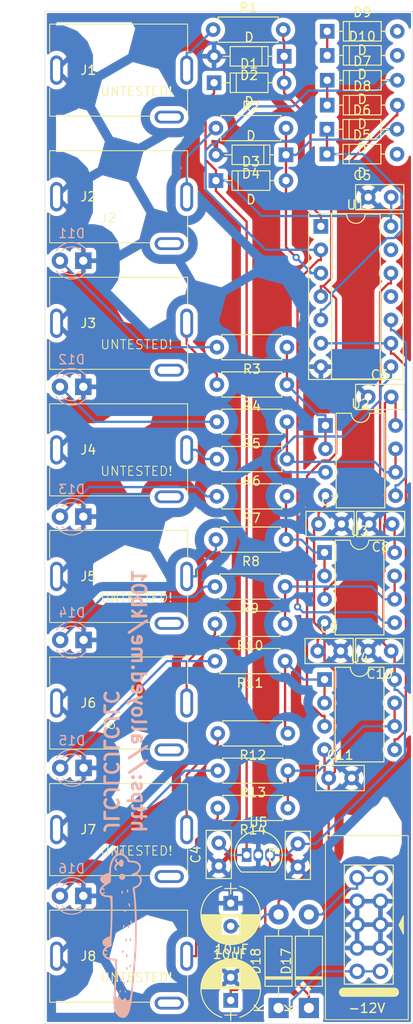
<source format=kicad_pcb>
(kicad_pcb (version 20240108) (generator "pcbnew") (generator_version "8.0")
  (layers (0 "F.Cu" signal) (31 "B.Cu" signal) (34 "B.Paste" user) (35 "F.Paste" user) (36 "B.SilkS" user "B.Silkscreen") (37 "F.SilkS" user "F.Silkscreen") (38 "B.Mask" user) (39 "F.Mask" user) (44 "Edge.Cuts" user))
  (net 0 "")
  (net 1 "+5V")
  (net 2 "GND1")
  (net 3 "-12V")
  (net 4 "+12V")
  (net 5 "Net-(J2-PadT)")
  (net 8 "/A")
  (net 9 "/B")
  (net 10 "Net-(D5-K)")
  (net 11 "/NOT_A")
  (net 12 "Net-(D7-K)")
  (net 13 "/NOT_B")
  (net 14 "/A_NOR_B")
  (net 15 "Net-(D10-K)")
  (net 16 "/A_AND_B")
  (net 17 "Net-(D11-A)")
  (net 18 "Net-(D12-A)")
  (net 19 "Net-(D13-A)")
  (net 20 "Net-(D14-A)")
  (net 21 "Net-(D15-A)")
  (net 22 "Net-(D16-A)")
  (net 23 "Net-(D17-A)")
  (net 24 "Net-(D18-K)")
  (net 25 "Net-(J1-PadT)")
  (net 26 "Net-(J3-PadT)")
  (net 29 "Net-(J4-PadT)")
  (net 30 "Net-(J5-PadT)")
  (net 32 "Net-(J6-PadT)")
  (net 34 "Net-(J7-PadT)")
  (net 36 "Net-(J8-PadT)")
  (net 38 "Net-(U2A--)")
  (net 39 "Net-(U2B--)")
  (net 40 "Net-(U3A--)")
  (net 41 "Net-(U3B--)")
  (net 42 "Net-(U4A--)")
  (net 43 "Net-(U4B--)")
  (net 44 "/A_OR_B")
  (net 45 "/A_XOR_B")
  (footprint "Resistor_THT:R_Axial_DIN0207_L6.3mm_D2.5mm_P7.62mm_Horizontal" (layer "F.Cu") (at 126.31 102.7 180)
    (property "Reference" "R7")
    (property "Value" "3k")
  )
  (footprint "PCM_4ms_Diode:D_DO-35_P7.62mm_Horizontal" (layer "F.Cu") (at 134.5 54.8)
    (property "Reference" "D10")
    (property "Value" "D")
  )
  (footprint "KitsBlips:Pins_2x05_2.54mm_TH_Europower_shrouded" (layer "F.Cu") (at 135 150.8)
    (property "Reference" "J9" (hide yes))
    (property "Value" "EURO_PWR_2x5" (hide yes))
  )
  (footprint "KitsBlips:Jack_3.5mm_Thonk_Mono_Horizontal_WQP729JH" (layer "F.Cu") (at 100.5125 97.65)
    (property "Reference" "J4")
    (property "Value" "A_AND_B_OUT")
  )
  (footprint "Capacitor_THT:C_Disc_D5.0mm_W2.5mm_P2.50mm" (layer "F.Cu") (at 129.65 119.5)
    (property "Reference" "C9")
    (property "Value" "0.1uf")
  )
  (footprint "PCM_4ms_Diode:D_DO-35_P7.62mm_Horizontal" (layer "F.Cu") (at 122.4 65.6 180)
    (property "Reference" "D4")
    (property "Value" "D")
  )
  (footprint "PCM_4ms_Diode:D_DO-35_P7.62mm_Horizontal" (layer "F.Cu") (at 134.47 65.52)
    (property "Reference" "D5")
    (property "Value" "D")
  )
  (footprint "Capacitor_THT:C_Disc_D5.0mm_W2.5mm_P2.50mm" (layer "F.Cu") (at 130.85 133.3)
    (property "Reference" "C11")
    (property "Value" "0.1uf")
  )
  (footprint "KitsBlips:Jack_3.5mm_Thonk_Mono_Horizontal_WQP729JH" (layer "F.Cu") (at 100.5125 152.65)
    (property "Reference" "J8")
    (property "Value" "A_NOR_B_OUT")
  )
  (footprint "Resistor_THT:R_Axial_DIN0207_L6.3mm_D2.5mm_P7.62mm_Horizontal" (layer "F.Cu") (at 126.31 98.65 180)
    (property "Reference" "R6")
    (property "Value" "1k")
  )
  (footprint "Diode_THT:D_DO-41_SOD81_P10.16mm_Horizontal" (layer "F.Cu") (at 128.7 158.28 90)
    (property "Reference" "D17")
    (property "Value" "1N5819")
  )
  (footprint "Capacitor_THT:C_Disc_D5.0mm_W2.5mm_P2.50mm" (layer "F.Cu") (at 137.65 70.2 180)
    (property "Reference" "C5")
    (property "Value" "0.1uf")
  )
  (footprint "PCM_4ms_Diode:D_DO-35_P7.62mm_Horizontal" (layer "F.Cu") (at 134.5 60.2)
    (property "Reference" "D8")
    (property "Value" "D")
  )
  (footprint "Resistor_THT:R_Axial_DIN0207_L6.3mm_D2.5mm_P7.62mm_Horizontal" (layer "F.Cu") (at 126.11 116.55 180)
    (property "Reference" "R10")
    (property "Value" "1k")
  )
  (footprint "Resistor_THT:R_Axial_DIN0207_L6.3mm_D2.5mm_P7.62mm_Horizontal" (layer "F.Cu") (at 126.41 132.5 180)
    (property "Reference" "R13")
    (property "Value" "3k")
  )
  (footprint "KitsBlips:CP_Radial_P2.5mm" (layer "F.Cu") (at 120.2 146.9 -90)
    (property "Reference" "C2" (hide yes))
    (property "Value" "10uF")
  )
  (footprint "PCM_4ms_Diode:D_DO-35_P7.62mm_Horizontal" (layer "F.Cu") (at 122.2 54.9 180)
    (property "Reference" "D2")
    (property "Value" "D")
  )
  (footprint "KitsBlips:Jack_3.5mm_Thonk_Mono_Horizontal_WQP729JH" (layer "F.Cu") (at 100.5125 70.15)
    (property "Reference" "J2")
    (property "Value" "B_IN")
  )
  (footprint "Package_DIP:DIP-14_W7.62mm_Socket" (layer "F.Cu") (at 130 73.375)
    (property "Reference" "U1")
    (property "Value" "40106")
  )
  (footprint "Diode_THT:D_DO-41_SOD81_P10.16mm_Horizontal" (layer "F.Cu") (at 125.4 158.28 90)
    (property "Reference" "D18")
    (property "Value" "1N5819")
  )
  (footprint "PCM_4ms_Diode:D_DO-35_P7.62mm_Horizontal" (layer "F.Cu") (at 122.4 68.4)
    (property "Reference" "D3")
    (property "Value" "D")
  )
  (footprint "KitsBlips:Jack_3.5mm_Thonk_Mono_Horizontal_WQP729JH" (layer "F.Cu") (at 100.5125 83.9)
    (property "Reference" "J3")
    (property "Value" "A_OR_B_OUT")
  )
  (footprint "Package_DIP:DIP-8_W7.62mm" (layer "F.Cu") (at 130.4 108.8)
    (property "Reference" "U3")
    (property "Value" "TL072")
  )
  (footprint "Capacitor_THT:C_Disc_D5.0mm_W2.5mm_P2.50mm" (layer "F.Cu") (at 137.65 119.5 180)
    (property "Reference" "C10")
    (property "Value" "0.1uf")
  )
  (footprint "Capacitor_THT:C_Disc_D5.0mm_W2.5mm_P2.50mm" (layer "F.Cu") (at 137.65 91.9 180)
    (property "Reference" "C6")
    (property "Value" "0.1uf")
  )
  (footprint "Resistor_THT:R_Axial_DIN0207_L6.3mm_D2.5mm_P7.62mm_Horizontal" (layer "F.Cu") (at 126.31 90.55 180)
    (property "Reference" "R4")
    (property "Value" "1k")
  )
  (footprint "KitsBlips:Jack_3.5mm_Thonk_Mono_Horizontal_WQP729JH" (layer "F.Cu") (at 100.5125 125.15)
    (property "Reference" "J6")
    (property "Value" "NOT_A_OUT")
  )
  (footprint "Package_DIP:DIP-8_W7.62mm" (layer "F.Cu") (at 130.5 95)
    (property "Reference" "U2")
    (property "Value" "TL072")
  )
  (footprint "PCM_4ms_Diode:D_DO-35_P7.62mm_Horizontal" (layer "F.Cu") (at 122.2 57.77)
    (property "Reference" "D1")
    (property "Value" "D")
  )
  (footprint "Resistor_THT:R_Axial_DIN0207_L6.3mm_D2.5mm_P7.62mm_Horizontal" (layer "F.Cu") (at 118.29 52)
    (property "Reference" "R1")
    (property "Value" "100k")
  )
  (footprint "Resistor_THT:R_Axial_DIN0207_L6.3mm_D2.5mm_P7.62mm_Horizontal" (layer "F.Cu") (at 118.59 62.7)
    (property "Reference" "R2")
    (property "Value" "100k")
  )
  (footprint "Resistor_THT:R_Axial_DIN0207_L6.3mm_D2.5mm_P7.62mm_Horizontal" (layer "F.Cu") (at 126.21 107.4 180)
    (property "Reference" "R8")
    (property "Value" "1k")
  )
  (footprint "Capacitor_THT:C_Disc_D5.0mm_W2.5mm_P2.50mm" (layer "F.Cu") (at 129.75 105.7)
    (property "Reference" "C7")
    (property "Value" "0.1uf")
  )
  (footprint "KitsBlips:CP_Radial_P2.5mm" (layer "F.Cu") (at 120.2 157.45 90)
    (property "Reference" "C1" (hide yes))
    (property "Value" "10uF")
  )
  (footprint "Resistor_THT:R_Axial_DIN0207_L6.3mm_D2.5mm_P7.62mm_Horizontal" (layer "F.Cu") (at 126.41 136.55 180)
    (property "Reference" "R14")
    (property "Value" "1k")
  )
  (footprint "Resistor_THT:R_Axial_DIN0207_L6.3mm_D2.5mm_P7.62mm_Horizontal" (layer "F.Cu") (at 126.31 94.6 180)
    (property "Reference" "R5")
    (property "Value" "3k")
  )
  (footprint "KitsBlips:Jack_3.5mm_Thonk_Mono_Horizontal_WQP729JH" (layer "F.Cu") (at 100.5125 111.4)
    (property "Reference" "J5")
    (property "Value" "A_XOR_B_OUT")
  )
  (footprint "Resistor_THT:R_Axial_DIN0207_L6.3mm_D2.5mm_P7.62mm_Horizontal" (layer "F.Cu") (at 126.11 120.6 180)
    (property "Reference" "R11")
    (property "Value" "3k")
  )
  (footprint "PCM_4ms_Diode:D_DO-35_P7.62mm_Horizontal" (layer "F.Cu") (at 134.5 57.5)
    (property "Reference" "D7")
    (property "Value" "D")
  )
  (footprint "Package_TO_SOT_THT:TO-92_Inline" (layer "F.Cu") (at 121.93 141.66)
    (property "Reference" "U5")
    (property "Value" "L78L05_TO92")
  )
  (footprint "KitsBlips:Jack_3.5mm_Thonk_Mono_Horizontal_WQP729JH" (layer "F.Cu") (at 100.5125 138.9)
    (property "Reference" "J7")
    (property "Value" "NOT_B_OUT")
  )
  (footprint "Capacitor_THT:C_Disc_D5.0mm_W2.5mm_P2.50mm" (layer "F.Cu") (at 127.5 142.95 90)
    (property "Reference" "C3")
    (property "Value" "0.33uf")
  )
  (footprint "Capacitor_THT:C_Disc_D5.0mm_W2.5mm_P2.50mm" (layer "F.Cu") (at 118.9 142.85 90)
    (property "Reference" "C4")
    (property "Value" "0.1uf")
  )
  (footprint "Resistor_THT:R_Axial_DIN0207_L6.3mm_D2.5mm_P7.62mm_Horizontal" (layer "F.Cu") (at 126.41 128.45 180)
    (property "Reference" "R12")
    (property "Value" "1k")
  )
  (footprint "PCM_4ms_Diode:D_DO-35_P7.62mm_Horizontal" (layer "F.Cu") (at 134.5 52.18)
    (property "Reference" "D9")
    (property "Value" "D")
  )
  (footprint "Resistor_THT:R_Axial_DIN0207_L6.3mm_D2.5mm_P7.62mm_Horizontal" (layer "F.Cu") (at 126.31 86.5 180)
    (property "Reference" "R3")
    (property "Value" "3k")
  )
  (footprint "PCM_4ms_Diode:D_DO-35_P7.62mm_Horizontal" (layer "F.Cu") (at 134.47 62.82)
    (property "Reference" "D6")
    (property "Value" "D")
  )
  (footprint "Package_DIP:DIP-8_W7.62mm" (layer "F.Cu") (at 130.4 122.6)
    (property "Reference" "U4")
    (property "Value" "TL072")
  )
  (footprint "Resistor_THT:R_Axial_DIN0207_L6.3mm_D2.5mm_P7.62mm_Horizontal" (layer "F.Cu") (at 126.11 112.5 180)
    (property "Reference" "R9")
    (property "Value" "3k")
  )
  (footprint "Capacitor_THT:C_Disc_D5.0mm_W2.5mm_P2.50mm" (layer "F.Cu") (at 137.75 105.7 180)
    (property "Reference" "C8")
    (property "Value" "0.1uf")
  )
  (footprint "KitsBlips:Jack_3.5mm_Thonk_Mono_Horizontal_WQP729JH" (layer "F.Cu") (at 100.5125 56.4)
    (property "Reference" "J1")
    (property "Value" "A_IN")
  )
  (footprint "LED_THT:LED_D3.0mm" (layer "B.Cu") (at 104.17 90.8 180)
    (property "Reference" "D12")
    (property "Value" "LED")
  )
  (footprint "KitsBlips:logo" (layer "B.Cu") (at 108.2 150.1 90)
    (property "Reference" "REF**" (hide yes))
    (property "Value" "LOGO" (hide yes))
  )
  (footprint "LED_THT:LED_D3.0mm" (layer "B.Cu") (at 104.2 132.2 180)
    (property "Reference" "D15")
    (property "Value" "LED")
  )
  (footprint "LED_THT:LED_D3.0mm" (layer "B.Cu") (at 104.17 77.1 180)
    (property "Reference" "D11")
    (property "Value" "LED")
  )
  (footprint "LED_THT:LED_D3.0mm" (layer "B.Cu") (at 104.17 146.1 180)
    (property "Reference" "D16")
    (property "Value" "LED")
  )
  (footprint "LED_THT:LED_D3.0mm" (layer "B.Cu") (at 104.2 118.3 180)
    (property "Reference" "D14")
    (property "Value" "LED")
  )
  (footprint "LED_THT:LED_D3.0mm" (layer "B.Cu") (at 104.17 104.9 180)
    (property "Reference" "D13")
    (property "Value" "LED")
  )
  (gr_rect (start 100 50) (end 140 160) (stroke (width 0.05)) (fill none) (layer "Edge.Cuts"))
  (gr_text "JLCJLCJLCJLC" (at 106.3 139.4 -90) (layer "B.SilkS") (effects (font (size 1.5 1.5) (thickness 0.3) (bold yes)) (justify left bottom mirror)))
  (gr_text "https://alloyed.me/kb01\n" (at 109.3 139.4 -90) (layer "B.SilkS") (effects (font (size 1.5 1.5) (thickness 0.3) (bold yes)) (justify left bottom mirror)))
  (segment (start 118.39 58.8967) (end 117.4633 59.8234) (width 0.25) (layer "F.Cu") (net 1))
  (segment (start 118.59 67.8366) (end 118.59 68.4) (width 0.25) (layer "F.Cu") (net 1))
  (segment (start 117.4633 59.8234) (end 117.4633 66.1466) (width 0.25) (layer "F.Cu") (net 1))
  (segment (start 118.59 69.5267) (end 121.93 72.8667) (width 0.25) (layer "F.Cu") (net 1))
  (segment (start 121.93 72.8667) (end 121.93 141.66) (width 0.25) (layer "F.Cu") (net 1))
  (segment (start 118.59 67.8366) (end 118.59 67.2733) (width 0.25) (layer "F.Cu") (net 1))
  (segment (start 117.4633 66.1466) (end 118.59 67.2733) (width 0.25) (layer "F.Cu") (net 1))
  (segment (start 118.59 68.4) (end 118.59 69.5267) (width 0.25) (layer "F.Cu") (net 1))
  (segment (start 118.39 57.77) (end 118.39 58.8967) (width 0.25) (layer "F.Cu") (net 1))
  (segment (start 118.9 140.35) (end 120.21 141.66) (width 0.25) (layer "B.Cu") (net 1))
  (segment (start 119.7167 68.4) (end 123.565 72.2483) (width 0.25) (layer "B.Cu") (net 1))
  (segment (start 118.59 68.4) (end 119.7167 68.4) (width 0.25) (layer "B.Cu") (net 1))
  (segment (start 123.565 72.2483) (end 137.62 72.2483) (width 0.25) (layer "B.Cu") (net 1))
  (segment (start 137.65 72.2183) (end 137.62 72.2483) (width 0.25) (layer "B.Cu") (net 1))
  (segment (start 137.65 70.2) (end 137.65 72.2183) (width 0.25) (layer "B.Cu") (net 1))
  (segment (start 120.21 141.66) (end 121.93 141.66) (width 0.25) (layer "B.Cu") (net 1))
  (segment (start 137.62 73.375) (end 137.62 72.2483) (width 0.25) (layer "B.Cu") (net 1))
  (segment (start 130.4 132.85) (end 130.4 130.22) (width 0.25) (layer "F.Cu") (net 3))
  (segment (start 130.85 133.3) (end 131.5267 132.6233) (width 0.25) (layer "F.Cu") (net 3))
  (segment (start 129.2638 106.1862) (end 129.2638 116.4105) (width 0.25) (layer "F.Cu") (net 3))
  (segment (start 129.75 105.7) (end 129.75 104.4967) (width 0.25) (layer "F.Cu") (net 3))
  (segment (start 129.65 119.5) (end 129.65 118.2967) (width 0.25) (layer "F.Cu") (net 3))
  (segment (start 130.4 116.42) (end 130.4 117.5467) (width 0.25) (layer "F.Cu") (net 3))
  (segment (start 129.2638 116.4105) (end 130.4 117.5467) (width 0.25) (layer "F.Cu") (net 3))
  (segment (start 125.4 148.12) (end 125.4 146.6933) (width 0.25) (layer "F.Cu") (net 3))
  (segment (start 130.85 141.2433) (end 130.85 133.3) (width 0.25) (layer "F.Cu") (net 3))
  (segment (start 129.75 104.4967) (end 130.5 103.7467) (width 0.25) (layer "F.Cu") (net 3))
  (segment (start 131.5267 121.6646) (end 130.4 120.5379) (width 0.25) (layer "F.Cu") (net 3))
  (segment (start 129.65 118.2967) (end 130.4 117.5467) (width 0.25) (layer "F.Cu") (net 3))
  (segment (start 130.4 120.5379) (end 130.4 117.5467) (width 0.25) (layer "F.Cu") (net 3))
  (segment (start 130.5 102.62) (end 130.5 103.7467) (width 0.25) (layer "F.Cu") (net 3))
  (segment (start 130.85 133.3) (end 130.4 132.85) (width 0.25) (layer "F.Cu") (net 3))
  (segment (start 131.5267 132.6233) (end 131.5267 121.6646) (width 0.25) (layer "F.Cu") (net 3))
  (segment (start 125.4 146.6933) (end 130.85 141.2433) (width 0.25) (layer "F.Cu") (net 3))
  (segment (start 129.75 105.7) (end 129.2638 106.1862) (width 0.25) (layer "F.Cu") (net 3))
  (segment (start 122.6933 149.4) (end 123.9733 148.12) (width 0.25) (layer "B.Cu") (net 3))
  (segment (start 125.4 148.12) (end 123.9733 148.12) (width 0.25) (layer "B.Cu") (net 3))
  (segment (start 120.2 149.4) (end 122.6933 149.4) (width 0.25) (layer "B.Cu") (net 3))
  (segment (start 136.8948 110.8717) (end 136.8173 110.9492) (width 0.25) (layer "F.Cu") (net 4))
  (segment (start 138.12 92.37) (end 138.12 95) (width 0.25) (layer "F.Cu") (net 4))
  (segment (start 137.65 91.9) (end 138.12 92.37) (width 0.25) (layer "F.Cu") (net 4))
  (segment (start 124.47 141.66) (end 124.47 144.154) (width 0.25) (layer "F.Cu") (net 4))
  (segment (start 136.9692 105.7) (end 136.8948 105.7744) (width 0.25) (layer "F.Cu") (net 4))
  (segment (start 123.9508 153.2581) (end 125.1048 153.2581) (width 0.25) (layer "F.Cu") (net 4))
  (segment (start 120.8856 156.3233) (end 123.9508 153.2581) (width 0.25) (layer "F.Cu") (net 4))
  (segment (start 120.2 157.45) (end 120.2 156.3233) (width 0.25) (layer "F.Cu") (net 4))
  (segment (start 137.75 105.7) (end 138.02 105.97) (width 0.25) (layer "F.Cu") (net 4))
  (segment (start 125.1048 153.2581) (end 128.7 156.8533) (width 0.25) (layer "F.Cu") (net 4))
  (segment (start 136.8173 118.6673) (end 137.65 119.5) (width 0.25) (layer "F.Cu") (net 4))
  (segment (start 128.7 158.28) (end 128.7 156.8533) (width 0.25) (layer "F.Cu") (net 4))
  (segment (start 136.9692 105.7) (end 137.75 105.7) (width 0.25) (layer "F.Cu") (net 4))
  (segment (start 123.9508 144.6732) (end 123.9508 153.2581) (width 0.25) (layer "F.Cu") (net 4))
  (segment (start 136.9692 92.5808) (end 136.9692 105.7) (width 0.25) (layer "F.Cu") (net 4))
  (segment (start 137.65 91.9) (end 136.9692 92.5808) (width 0.25) (layer "F.Cu") (net 4))
  (segment (start 138.02 105.97) (end 138.02 108.8) (width 0.25) (layer "F.Cu") (net 4))
  (segment (start 138.02 119.87) (end 138.02 122.6) (width 0.25) (layer "F.Cu") (net 4))
  (segment (start 124.47 144.154) (end 123.9508 144.6732) (width 0.25) (layer "F.Cu") (net 4))
  (segment (start 136.8948 105.7744) (end 136.8948 110.8717) (width 0.25) (layer "F.Cu") (net 4))
  (segment (start 137.65 119.5) (end 138.02 119.87) (width 0.25) (layer "F.Cu") (net 4))
  (segment (start 136.8173 110.9492) (end 136.8173 118.6673) (width 0.25) (layer "F.Cu") (net 4))
  (segment (start 120.2 156.3233) (end 120.8856 156.3233) (width 0.25) (layer "F.Cu") (net 4))
  (segment (start 126.29 141.66) (end 127.5 140.45) (width 0.25) (layer "B.Cu") (net 4))
  (segment (start 129.4095 140.45) (end 139.1467 130.7128) (width 0.25) (layer "B.Cu") (net 4))
  (segment (start 127.5 140.45) (end 129.4095 140.45) (width 0.25) (layer "B.Cu") (net 4))
  (segment (start 138.3018 123.7267) (end 138.02 123.7267) (width 0.25) (layer "B.Cu") (net 4))
  (segment (start 138.02 122.6) (end 138.02 123.7267) (width 0.25) (layer "B.Cu") (net 4))
  (segment (start 139.1467 130.7128) (end 139.1467 124.5716) (width 0.25) (layer "B.Cu") (net 4))
  (segment (start 139.1467 124.5716) (end 138.3018 123.7267) (width 0.25) (layer "B.Cu") (net 4))
  (segment (start 124.47 141.66) (end 126.29 141.66) (width 0.25) (layer "B.Cu") (net 4))
  (segment (start 118.59 62.7) (end 115.4125 65.8775) (width 0.25) (layer "B.Cu") (net 5))
  (segment (start 115.4125 65.8775) (end 115.4125 70.15) (width 0.25) (layer "B.Cu") (net 5))
  (segment (start 128.8733 71.1216) (end 130 72.2483) (width 0.25) (layer "F.Cu") (net 8))
  (segment (start 126.01 54.9) (end 126.01 57.77) (width 0.25) (layer "F.Cu") (net 8))
  (segment (start 125.91 52) (end 125.91 53.1267) (width 0.25) (layer "F.Cu") (net 8))
  (segment (start 126.01 58.8967) (end 128.8733 61.76) (width 0.25) (layer "F.Cu") (net 8))
  (segment (start 128.8733 61.76) (end 128.8733 71.1216) (width 0.25) (layer "F.Cu") (net 8))
  (segment (start 130 73.375) (end 130 72.2483) (width 0.25) (layer "F.Cu") (net 8))
  (segment (start 126.01 57.77) (end 126.01 58.8967) (width 0.25) (layer "F.Cu") (net 8))
  (segment (start 126.01 53.2267) (end 126.01 54.9) (width 0.25) (layer "F.Cu") (net 8))
  (segment (start 125.91 53.1267) (end 126.01 53.2267) (width 0.25) (layer "F.Cu") (net 8))
  (segment (start 126.21 68.4) (end 126.21 75.6437) (width 0.25) (layer "F.Cu") (net 9))
  (segment (start 126.21 65.6) (end 126.21 68.4) (width 0.25) (layer "F.Cu") (net 9))
  (segment (start 126.21 75.6437) (end 127.3095 76.7432) (width 0.25) (layer "F.Cu") (net 9))
  (segment (start 126.21 65.6) (end 126.21 62.7) (width 0.25) (layer "F.Cu") (net 9))
  (via (at 127.3095 76.7432) (size 0.8) (drill 0.4) (layers "F.Cu" "B.Cu") (net 9))
  (segment (start 130 78.455) (end 128.8733 78.455) (width 0.25) (layer "B.Cu") (net 9))
  (segment (start 127.3367 65.6) (end 128.99 63.9467) (width 0.25) (layer "B.Cu") (net 9))
  (segment (start 136.0266 63.9467) (end 137.1533 62.82) (width 0.25) (layer "B.Cu") (net 9))
  (segment (start 128.99 63.9467) (end 136.0266 63.9467) (width 0.25) (layer "B.Cu") (net 9))
  (segment (start 128.8733 78.307) (end 128.8733 78.455) (width 0.25) (layer "B.Cu") (net 9))
  (segment (start 127.3095 76.7432) (end 128.8733 78.307) (width 0.25) (layer "B.Cu") (net 9))
  (segment (start 138.28 62.82) (end 137.1533 62.82) (width 0.25) (layer "B.Cu") (net 9))
  (segment (start 126.21 65.6) (end 127.3367 65.6) (width 0.25) (layer "B.Cu") (net 9))
  (segment (start 130.66 62.82) (end 130.66 65.52) (width 0.25) (layer "F.Cu") (net 10))
  (segment (start 138.7789 69.7229) (end 138.7789 73.8227) (width 0.25) (layer "B.Cu") (net 10))
  (segment (start 138.7789 73.8227) (end 137.9566 74.645) (width 0.25) (layer "B.Cu") (net 10))
  (segment (start 130.2818 82.4083) (end 130 82.4083) (width 0.25) (layer "B.Cu") (net 10))
  (segment (start 137.9566 74.645) (end 137.218 74.645) (width 0.25) (layer "B.Cu") (net 10))
  (segment (start 130 83.535) (end 130 82.4083) (width 0.25) (layer "B.Cu") (net 10))
  (segment (start 137.218 74.645) (end 131.1267 80.7363) (width 0.25) (layer "B.Cu") (net 10))
  (segment (start 131.1267 81.5634) (end 130.2818 82.4083) (width 0.25) (layer "B.Cu") (net 10))
  (segment (start 131.1267 80.7363) (end 131.1267 81.5634) (width 0.25) (layer "B.Cu") (net 10))
  (segment (start 130.66 65.52) (end 134.576 65.52) (width 0.25) (layer "B.Cu") (net 10))
  (segment (start 134.576 65.52) (end 138.7789 69.7229) (width 0.25) (layer "B.Cu") (net 10))
  (segment (start 127.4626 79.2974) (end 127.4626 114.7007) (width 0.25) (layer "F.Cu") (net 11))
  (segment (start 129.7183 77.0417) (end 127.4626 79.2974) (width 0.25) (layer "F.Cu") (net 11))
  (segment (start 130 75.915) (end 130 77.0417) (width 0.25) (layer "F.Cu") (net 11))
  (segment (start 130 77.0417) (end 129.7183 77.0417) (width 0.25) (layer "F.Cu") (net 11))
  (via (at 127.4626 114.7007) (size 0.8) (drill 0.4) (layers "F.Cu" "B.Cu") (net 11))
  (segment (start 126.9837 60.335) (end 122.5823 60.335) (width 0.25) (layer "B.Cu") (net 11))
  (segment (start 138.02 116.42) (end 136.8933 116.42) (width 0.25) (layer "B.Cu") (net 11))
  (segment (start 118.444 64.4733) (end 118.1141 64.4733) (width 0.25) (layer "B.Cu") (net 11))
  (segment (start 118.1141 64.4733) (end 117.4633 65.1241) (width 0.25) (layer "B.Cu") (net 11))
  (segment (start 127.4626 114.7007) (end 128.0552 115.2933) (width 0.25) (layer "B.Cu") (net 11))
  (segment (start 117.4633 65.1241) (end 117.4633 69.3942) (width 0.25) (layer "B.Cu") (net 11))
  (segment (start 136.0566 58.6267) (end 128.692 58.6267) (width 0.25) (layer "B.Cu") (net 11))
  (segment (start 128.692 58.6267) (end 126.9837 60.335) (width 0.25) (layer "B.Cu") (net 11))
  (segment (start 123.9841 75.915) (end 130 75.915) (width 0.25) (layer "B.Cu") (net 11))
  (segment (start 135.7666 115.2933) (end 136.8933 116.42) (width 0.25) (layer "B.Cu") (net 11))
  (segment (start 117.4633 69.3942) (end 123.9841 75.915) (width 0.25) (layer "B.Cu") (net 11))
  (segment (start 137.1833 57.5) (end 136.0566 58.6267) (width 0.25) (layer "B.Cu") (net 11))
  (segment (start 138.31 57.5) (end 137.1833 57.5) (width 0.25) (layer "B.Cu") (net 11))
  (segment (start 128.0552 115.2933) (end 135.7666 115.2933) (width 0.25) (layer "B.Cu") (net 11))
  (segment (start 122.5823 60.335) (end 118.444 64.4733) (width 0.25) (layer "B.Cu") (net 11))
  (segment (start 130.69 57.5) (end 130.69 60.2) (width 0.25) (layer "F.Cu") (net 12))
  (segment (start 128.4917 100.4778) (end 130.1595 98.81) (width 0.25) (layer "F.Cu") (net 13))
  (segment (start 130.2818 79.8683) (end 131.1267 79.0234) (width 0.25) (layer "F.Cu") (net 13))
  (segment (start 138.1692 61.3267) (end 138.31 61.3267) (width 0.25) (layer "F.Cu") (net 13))
  (segment (start 130.1595 98.81) (end 130.8923 98.81) (width 0.25) (layer "F.Cu") (net 13))
  (segment (start 131.1267 79.0234) (end 131.1267 68.3692) (width 0.25) (layer "F.Cu") (net 13))
  (segment (start 130.4 127.68) (end 130.4 126.5533) (width 0.25) (layer "F.Cu") (net 13))
  (segment (start 130.4 126.5533) (end 130.1183 126.5533) (width 0.25) (layer "F.Cu") (net 13))
  (segment (start 130 80.995) (end 130 79.8683) (width 0.25) (layer "F.Cu") (net 13))
  (segment (start 138.31 60.2) (end 138.31 61.3267) (width 0.25) (layer "F.Cu") (net 13))
  (segment (start 131.6694 98.0329) (end 131.6694 81.2559) (width 0.25) (layer "F.Cu") (net 13))
  (segment (start 130.1183 126.5533) (end 128.4917 124.9267) (width 0.25) (layer "F.Cu") (net 13))
  (segment (start 130.8923 98.81) (end 131.6694 98.0329) (width 0.25) (layer "F.Cu") (net 13))
  (segment (start 130 79.8683) (end 130.2818 79.8683) (width 0.25) (layer "F.Cu") (net 13))
  (segment (start 128.4917 124.9267) (end 128.4917 100.4778) (width 0.25) (layer "F.Cu") (net 13))
  (segment (start 131.1267 68.3692) (end 138.1692 61.3267) (width 0.25) (layer "F.Cu") (net 13))
  (segment (start 131.6694 81.2559) (end 130.2818 79.8683) (width 0.25) (layer "F.Cu") (net 13))
  (segment (start 138.3017 129.0933) (end 139.2467 128.1483) (width 0.25) (layer "F.Cu") (net 14))
  (segment (start 137.62 86.075) (end 137.62 87.2017) (width 0.25) (layer "F.Cu") (net 14))
  (segment (start 139.2467 128.1483) (end 139.2467 88.5467) (width 0.25) (layer "F.Cu") (net 14))
  (segment (start 139.2467 88.5467) (end 137.9017 87.2017) (width 0.25) (layer "F.Cu") (net 14))
  (segment (start 138.02 129.0933) (end 138.3017 129.0933) (width 0.25) (layer "F.Cu") (net 14))
  (segment (start 138.02 130.22) (end 138.02 129.0933) (width 0.25) (layer "F.Cu") (net 14))
  (segment (start 137.9017 87.2017) (end 137.62 87.2017) (width 0.25) (layer "F.Cu") (net 14))
  (segment (start 137.62 86.075) (end 130 86.075) (width 0.25) (layer "B.Cu") (net 14))
  (segment (start 130.69 52.18) (end 130.69 54.8) (width 0.25) (layer "F.Cu") (net 15))
  (segment (start 137.62 83.535) (end 137.62 84.6617) (width 0.25) (layer "B.Cu") (net 16))
  (segment (start 137.9017 84.6617) (end 137.62 84.6617) (width 0.25) (layer "B.Cu") (net 16))
  (segment (start 138.12 101.4933) (end 138.4017 101.4933) (width 0.25) (layer "B.Cu") (net 16))
  (segment (start 139.2582 86.0182) (end 137.9017 84.6617) (width 0.25) (layer "B.Cu") (net 16))
  (segment (start 138.12 102.62) (end 138.12 101.4933) (width 0.25) (layer "B.Cu") (net 16))
  (segment (start 138.4017 101.4933) (end 139.2582 100.6368) (width 0.25) (layer "B.Cu") (net 16))
  (segment (start 139.2582 100.6368) (end 139.2582 86.0182) (width 0.25) (layer "B.Cu") (net 16))
  (segment (start 101.63 77.1) (end 111.03 86.5) (width 0.25) (layer "B.Cu") (net 17))
  (segment (start 111.03 86.5) (end 118.69 86.5) (width 0.25) (layer "B.Cu") (net 17))
  (segment (start 105.43 94.6) (end 118.69 94.6) (width 0.25) (layer "B.Cu") (net 18))
  (segment (start 101.63 90.8) (end 105.43 94.6) (width 0.25) (layer "B.Cu") (net 18))
  (segment (start 116.558 101.6947) (end 117.5633 102.7) (width 0.25) (layer "B.Cu") (net 19))
  (segment (start 118.69 102.7) (end 117.5633 102.7) (width 0.25) (layer "B.Cu") (net 19))
  (segment (start 101.63 104.9) (end 104.8353 101.6947) (width 0.25) (layer "B.Cu") (net 19))
  (segment (start 104.8353 101.6947) (end 116.558 101.6947) (width 0.25) (layer "B.Cu") (net 19))
  (segment (start 101.66 118.3) (end 106.3333 113.6267) (width 0.25) (layer "B.Cu") (net 20))
  (segment (start 106.3333 113.6267) (end 116.2366 113.6267) (width 0.25) (layer "B.Cu") (net 20))
  (segment (start 116.2366 113.6267) (end 117.3633 112.5) (width 0.25) (layer "B.Cu") (net 20))
  (segment (start 118.49 112.5) (end 117.3633 112.5) (width 0.25) (layer "B.Cu") (net 20))
  (segment (start 101.66 132.2) (end 113.26 120.6) (width 0.25) (layer "B.Cu") (net 21))
  (segment (start 113.26 120.6) (end 118.49 120.6) (width 0.25) (layer "B.Cu") (net 21))
  (segment (start 101.63 146.1) (end 115.23 132.5) (width 0.25) (layer "B.Cu") (net 22))
  (segment (start 115.23 132.5) (end 118.79 132.5) (width 0.25) (layer "B.Cu") (net 22))
  (segment (start 136.48 144.14) (end 133.94 144.14) (width 0.25) (layer "B.Cu") (net 23))
  (segment (start 132.93 145.3167) (end 133.94 145.3167) (width 0.25) (layer "B.Cu") (net 23))
  (segment (start 133.94 144.14) (end 133.94 145.3167) (width 0.25) (layer "B.Cu") (net 23))
  (segment (start 130.1267 148.12) (end 132.93 145.3167) (width 0.25) (layer "B.Cu") (net 23))
  (segment (start 128.7 148.12) (end 130.1267 148.12) (width 0.25) (layer "B.Cu") (net 23))
  (segment (start 136.48 154.3) (end 133.94 154.3) (width 0.25) (layer "B.Cu") (net 24))
  (segment (start 126.8267 158.28) (end 126.8267 157.4775) (width 0.25) (layer "B.Cu") (net 24))
  (segment (start 130.0042 154.3) (end 133.94 154.3) (width 0.25) (layer "B.Cu") (net 24))
  (segment (start 126.8267 157.4775) (end 130.0042 154.3) (width 0.25) (layer "B.Cu") (net 24))
  (segment (start 125.4 158.28) (end 126.8267 158.28) (width 0.25) (layer "B.Cu") (net 24))
  (segment (start 115.8167 54.4733) (end 115.4125 54.4733) (width 0.25) (layer "B.Cu") (net 25))
  (segment (start 118.29 52) (end 115.8167 54.4733) (width 0.25) (layer "B.Cu") (net 25))
  (segment (start 115.4125 56.4) (end 115.4125 54.4733) (width 0.25) (layer "B.Cu") (net 25))
  (segment (start 118.69 89.4233) (end 115.4125 86.1458) (width 0.25) (layer "F.Cu") (net 26))
  (segment (start 115.4125 86.1458) (end 115.4125 83.9) (width 0.25) (layer "F.Cu") (net 26))
  (segment (start 118.69 90.55) (end 118.69 89.4233) (width 0.25) (layer "F.Cu") (net 26))
  (segment (start 118.69 98.65) (end 117.4392 98.65) (width 0.25) (layer "B.Cu") (net 29))
  (segment (start 117.4392 98.65) (end 116.4392 97.65) (width 0.25) (layer "B.Cu") (net 29))
  (segment (start 115.4125 97.65) (end 116.4392 97.65) (width 0.25) (layer "B.Cu") (net 29))
  (segment (start 116.4392 110.6775) (end 116.4392 111.4) (width 0.25) (layer "B.Cu") (net 30))
  (segment (start 118.59 108.5267) (end 116.4392 110.6775) (width 0.25) (layer "B.Cu") (net 30))
  (segment (start 118.59 107.4) (end 118.59 108.5267) (width 0.25) (layer "B.Cu") (net 30))
  (segment (start 115.4125 111.4) (end 116.4392 111.4) (width 0.25) (layer "B.Cu") (net 30))
  (segment (start 118.49 117.6767) (end 115.4125 120.7542) (width 0.25) (layer "F.Cu") (net 32))
  (segment (start 115.4125 120.7542) (end 115.4125 125.15) (width 0.25) (layer "F.Cu") (net 32))
  (segment (start 118.49 116.55) (end 118.49 117.6767) (width 0.25) (layer "F.Cu") (net 32))
  (segment (start 118.79 128.45) (end 118.79 129.5767) (width 0.25) (layer "F.Cu") (net 34))
  (segment (start 115.4125 132.9542) (end 115.4125 138.9) (width 0.25) (layer "F.Cu") (net 34))
  (segment (start 118.79 129.5767) (end 115.4125 132.9542) (width 0.25) (layer "F.Cu") (net 34))
  (segment (start 115.4125 152.65) (end 116.4392 152.65) (width 0.25) (layer "F.Cu") (net 36))
  (segment (start 118.79 136.55) (end 118.79 137.6767) (width 0.25) (layer "F.Cu") (net 36))
  (segment (start 118.79 137.6767) (end 116.4392 140.0275) (width 0.25) (layer "F.Cu") (net 36))
  (segment (start 116.4392 140.0275) (end 116.4392 152.65) (width 0.25) (layer "F.Cu") (net 36))
  (segment (start 130.5 97.54) (end 130.5 95) (width 0.25) (layer "F.Cu") (net 38))
  (segment (start 126.31 86.5) (end 126.31 90.55) (width 0.25) (layer "F.Cu") (net 38))
  (segment (start 130.5 95) (end 130.5 93.8733) (width 0.25) (layer "B.Cu") (net 38))
  (segment (start 126.31 90.55) (end 129.6333 93.8733) (width 0.25) (layer "B.Cu") (net 38))
  (segment (start 129.6333 93.8733) (end 130.5 93.8733) (width 0.25) (layer "B.Cu") (net 38))
  (segment (start 138.12 97.54) (end 138.12 100.08) (width 0.25) (layer "F.Cu") (net 39))
  (segment (start 126.31 94.6) (end 126.31 98.65) (width 0.25) (layer "F.Cu") (net 39))
  (segment (start 135.8666 98.9533) (end 136.9933 100.08) (width 0.25) (layer "B.Cu") (net 39))
  (segment (start 126.6133 98.9533) (end 135.8666 98.9533) (width 0.25) (layer "B.Cu") (net 39))
  (segment (start 138.12 100.08) (end 136.9933 100.08) (width 0.25) (layer "B.Cu") (net 39))
  (segment (start 126.31 98.65) (end 126.6133 98.9533) (width 0.25) (layer "B.Cu") (net 39))
  (segment (start 126.31 102.7) (end 126.21 102.8) (width 0.25) (layer "F.Cu") (net 40))
  (segment (start 130.4 111.34) (end 130.4 108.8) (width 0.25) (layer "F.Cu") (net 40))
  (segment (start 126.21 102.8) (end 126.21 107.4) (width 0.25) (layer "F.Cu") (net 40))
  (segment (start 126.21 107.4) (end 127.8733 107.4) (width 0.25) (layer "B.Cu") (net 40))
  (segment (start 130.4 108.8) (end 129.2733 108.8) (width 0.25) (layer "B.Cu") (net 40))
  (segment (start 127.8733 107.4) (end 129.2733 108.8) (width 0.25) (layer "B.Cu") (net 40))
  (segment (start 138.02 111.34) (end 138.02 113.88) (width 0.25) (layer "F.Cu") (net 41))
  (segment (start 126.11 112.5) (end 126.11 116.55) (width 0.25) (layer "F.Cu") (net 41))
  (segment (start 126.11 112.5) (end 135.5133 112.5) (width 0.25) (layer "B.Cu") (net 41))
  (segment (start 135.5133 112.5) (end 136.8933 113.88) (width 0.25) (layer "B.Cu") (net 41))
  (segment (start 138.02 113.88) (end 136.8933 113.88) (width 0.25) (layer "B.Cu") (net 41))
  (segment (start 126.11 128.15) (end 126.11 120.6) (width 0.25) (layer "F.Cu") (net 42))
  (segment (start 130.4 125.14) (end 130.4 122.6) (width 0.25) (layer "F.Cu") (net 42))
  (segment (start 126.41 128.45) (end 126.11 128.15) (width 0.25) (layer "F.Cu") (net 42))
  (segment (start 128.11 122.6) (end 130.4 122.6) (width 0.25) (layer "B.Cu") (net 42))
  (segment (start 126.11 120.6) (end 128.11 122.6) (width 0.25) (layer "B.Cu") (net 42))
  (segment (start 126.41 132.5) (end 126.41 136.55) (width 0.25) (layer "F.Cu") (net 43))
  (segment (start 138.02 125.14) (end 138.02 127.68) (width 0.25) (layer "F.Cu") (net 43))
  (segment (start 129.7853 132.5) (end 134.6053 127.68) (width 0.25) (layer "B.Cu") (net 43))
  (segment (start 126.41 132.5) (end 129.7853 132.5) (width 0.25) (layer "B.Cu") (net 43))
  (segment (start 134.6053 127.68) (end 138.02 127.68) (width 0.25) (layer "B.Cu") (net 43))
  (segment (start 137.62 88.615) (end 137.62 89.7417) (width 0.25) (layer "B.Cu") (net 44))
  (segment (start 132.5183 96.1975) (end 127.1558 96.1975) (width 0.25) (layer "B.Cu") (net 44))
  (segment (start 137.62 89.7417) (end 136.4933 90.8684) (width 0.25) (layer "B.Cu") (net 44))
  (segment (start 127.1558 96.1975) (end 125.1696 98.1837) (width 0.25) (layer "B.Cu") (net 44))
  (segment (start 125.1696 99.1781) (end 126.0715 100.08) (width 0.25) (layer "B.Cu") (net 44))
  (segment (start 125.1696 98.1837) (end 125.1696 99.1781) (width 0.25) (layer "B.Cu") (net 44))
  (segment (start 126.0715 100.08) (end 130.5 100.08) (width 0.25) (layer "B.Cu") (net 44))
  (segment (start 136.4933 92.2225) (end 132.5183 96.1975) (width 0.25) (layer "B.Cu") (net 44))
  (segment (start 136.4933 90.8684) (end 136.4933 92.2225) (width 0.25) (layer "B.Cu") (net 44))
  (segment (start 136.4431 80.4768) (end 136.4431 106.9919) (width 0.25) (layer "F.Cu") (net 45))
  (segment (start 137.62 78.455) (end 137.62 79.5817) (width 0.25) (layer "F.Cu") (net 45))
  (segment (start 136.4431 106.9919) (end 130.6817 112.7533) (width 0.25) (layer "F.Cu") (net 45))
  (segment (start 137.62 79.5817) (end 137.3382 79.5817) (width 0.25) (layer "F.Cu") (net 45))
  (segment (start 137.3382 79.5817) (end 136.4431 80.4768) (width 0.25) (layer "F.Cu") (net 45))
  (segment (start 130.6817 112.7533) (end 130.4 112.7533) (width 0.25) (layer "F.Cu") (net 45))
  (segment (start 130.4 113.88) (end 130.4 112.7533) (width 0.25) (layer "F.Cu") (net 45))
  (zone (net 2) (net_name "GND1") (layers "F&B.Cu") (connect_pads (clearance 0.5)) (min_thickness 0.25) (fill yes (mode hatch) (thermal_gap 0.5) (thermal_bridge_width 0.5) (hatch_thickness 1) (hatch_gap 8) (hatch_orientation 30) (hatch_smoothing_level 1) (hatch_smoothing_value 0.5) (hatch_border_algorithm hatch_thickness) (hatch_min_hole_area 0.3))
    (polygon (pts (xy 100 50) (xy 140 50) (xy 140 160) (xy 100 160)))
  )
)
</source>
